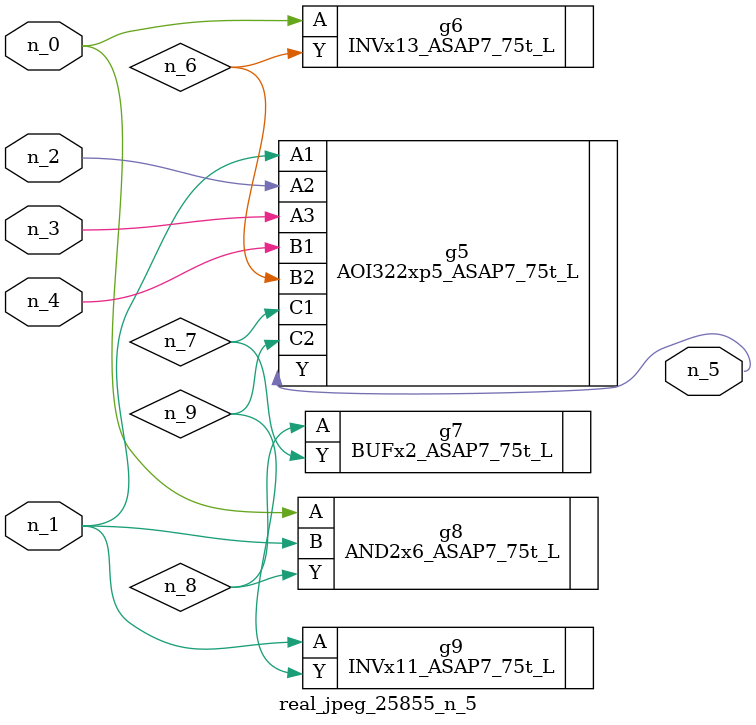
<source format=v>
module real_jpeg_25855_n_5 (n_4, n_0, n_1, n_2, n_3, n_5);

input n_4;
input n_0;
input n_1;
input n_2;
input n_3;

output n_5;

wire n_8;
wire n_6;
wire n_7;
wire n_9;

INVx13_ASAP7_75t_L g6 ( 
.A(n_0),
.Y(n_6)
);

AND2x6_ASAP7_75t_L g8 ( 
.A(n_0),
.B(n_1),
.Y(n_8)
);

AOI322xp5_ASAP7_75t_L g5 ( 
.A1(n_1),
.A2(n_2),
.A3(n_3),
.B1(n_4),
.B2(n_6),
.C1(n_7),
.C2(n_9),
.Y(n_5)
);

INVx11_ASAP7_75t_L g9 ( 
.A(n_1),
.Y(n_9)
);

BUFx2_ASAP7_75t_L g7 ( 
.A(n_8),
.Y(n_7)
);


endmodule
</source>
